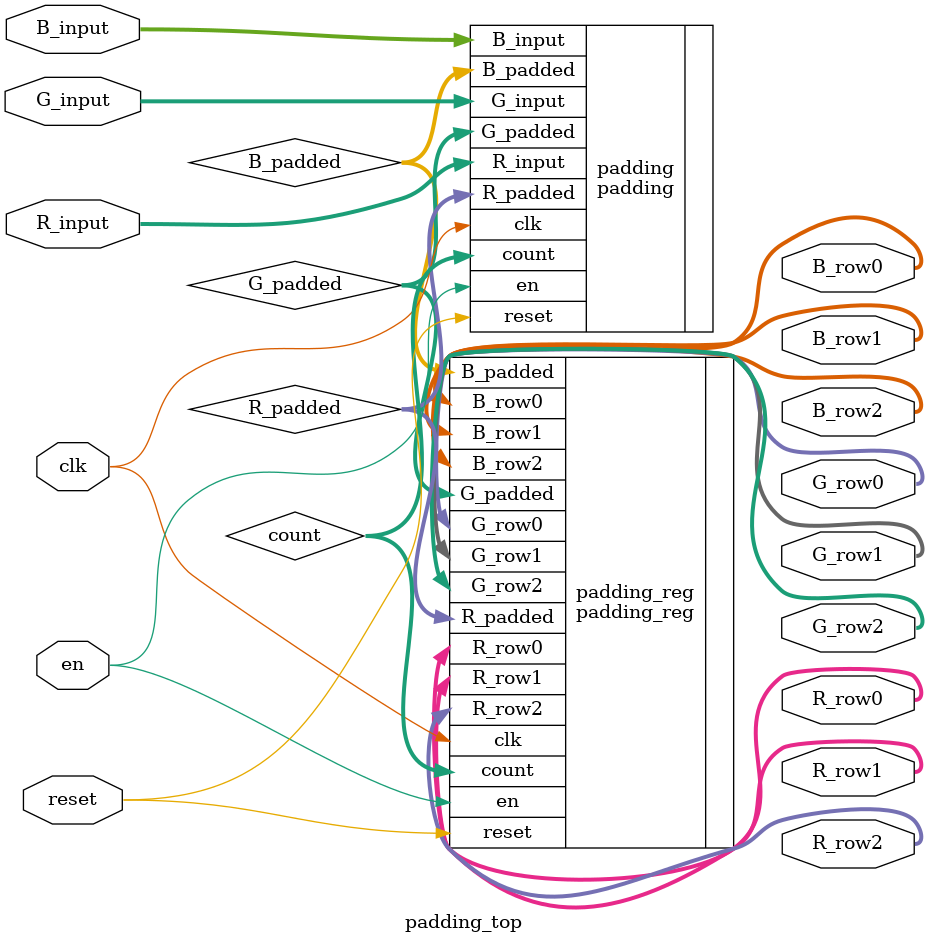
<source format=v>
`timescale 1ns / 1ps


module padding_top (
                input clk,
                input reset,
                input en,

                input [3327:0] R_input,
                input [3327:0] G_input,
                input [3327:0] B_input,

                output [3343:0] R_row0, //418x8=3344
                output [3343:0] G_row0,
                output [3343:0] B_row0,
                 
                output [3343:0] R_row1, //418x8=3344
                output [3343:0] G_row1,
                output [3343:0] B_row1,
                
                output [3343:0] R_row2, //418x8=3344
                output [3343:0] G_row2,
                output [3343:0] B_row2

);



    
wire [3343:0] R_padded;
wire [3343:0] G_padded;
wire [3343:0] B_padded;


wire [8:0] count;




padding padding(
                .clk(clk),
                .reset(reset),
                .en(en),
                .count(count),
                .R_input(R_input),
                .G_input(G_input),
                .B_input(B_input),
                .R_padded(R_padded),
                .G_padded(G_padded),
                .B_padded(B_padded)

);
 
padding_reg padding_reg (
                .clk(clk),
                .reset(reset),
                .en(en),


                .R_padded(R_padded),
                .G_padded(G_padded),
                .B_padded(B_padded),

                .R_row0(R_row0), //418x8=3344
                .G_row0(G_row0),
                .B_row0(B_row0),
                 
                .R_row1(R_row1), //418x8=3344
                .G_row1(G_row1),
                .B_row1(B_row1),
                
                .R_row2(R_row2), //418x8=3344
                .G_row2(G_row2),
                .B_row2(B_row2),
                .count(count)

);
   

endmodule
</source>
